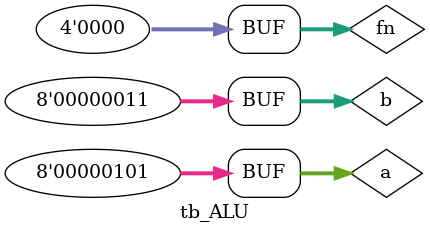
<source format=v>
module tb_ALU
;
  wire [7:0] a;
  wire [7:0] b;
  wire [3:0] fn;
  wire [7:0] dut_result;
  wire dut_overflow;
  wire dut_sign;
  /* tb_ALU.vhd:19:11  */
  assign a = 8'b00000101; // (signal)
  /* tb_ALU.vhd:20:11  */
  assign b = 8'b00000011; // (signal)
  /* tb_ALU.vhd:21:11  */
  assign fn = 4'b0000; // (signal)
  /* tb_ALU.vhd:30:4  */
  ALU dut (
    .A(a),
    .B(b),
    .FN(fn),
    .result(),
    .overflow(),
    .sign());
endmodule


</source>
